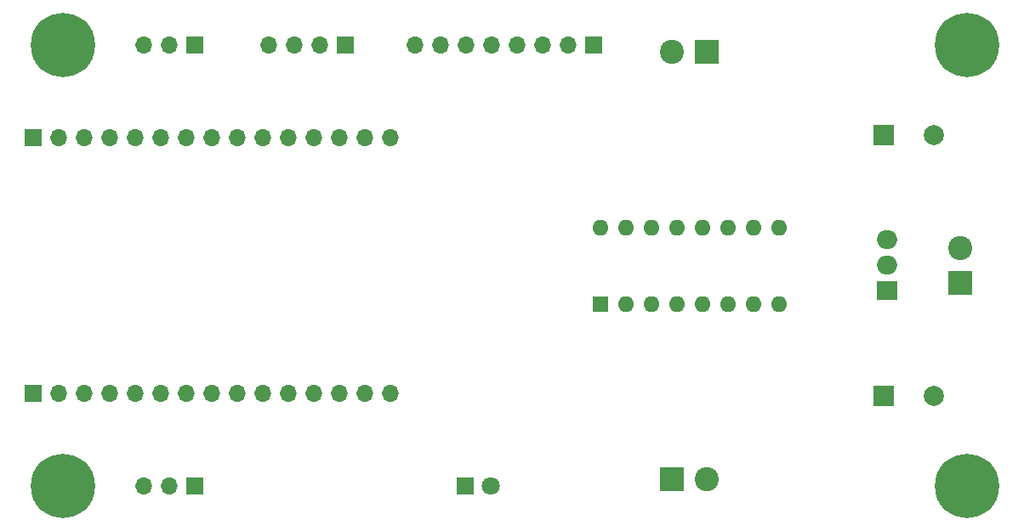
<source format=gbr>
%TF.GenerationSoftware,KiCad,Pcbnew,8.0.2*%
%TF.CreationDate,2024-05-31T22:22:53+03:00*%
%TF.ProjectId,mobrob,6d6f6272-6f62-42e6-9b69-6361645f7063,rev?*%
%TF.SameCoordinates,PX7bfa480PY6422c40*%
%TF.FileFunction,Soldermask,Bot*%
%TF.FilePolarity,Negative*%
%FSLAX46Y46*%
G04 Gerber Fmt 4.6, Leading zero omitted, Abs format (unit mm)*
G04 Created by KiCad (PCBNEW 8.0.2) date 2024-05-31 22:22:53*
%MOMM*%
%LPD*%
G01*
G04 APERTURE LIST*
%ADD10R,2.400000X2.400000*%
%ADD11C,2.400000*%
%ADD12C,0.800000*%
%ADD13C,6.400000*%
%ADD14R,2.000000X2.000000*%
%ADD15C,2.000000*%
%ADD16R,1.800000X1.800000*%
%ADD17C,1.800000*%
%ADD18R,1.700000X1.700000*%
%ADD19O,1.700000X1.700000*%
%ADD20R,2.000000X1.905000*%
%ADD21O,2.000000X1.905000*%
%ADD22R,1.600000X1.600000*%
%ADD23O,1.600000X1.600000*%
G04 APERTURE END LIST*
D10*
%TO.C,J2*%
X65600000Y5700000D03*
D11*
X69100000Y5700000D03*
%TD*%
D12*
%TO.C,H3*%
X92600000Y49000000D03*
X93302944Y50697056D03*
X93302944Y47302944D03*
X95000000Y51400000D03*
D13*
X95000000Y49000000D03*
D12*
X95000000Y46600000D03*
X96697056Y50697056D03*
X96697056Y47302944D03*
X97400000Y49000000D03*
%TD*%
D14*
%TO.C,C1*%
X86632323Y14000000D03*
D15*
X91632323Y14000000D03*
%TD*%
D12*
%TO.C,H2*%
X92600000Y5000000D03*
X93302944Y6697056D03*
X93302944Y3302944D03*
X95000000Y7400000D03*
D13*
X95000000Y5000000D03*
D12*
X95000000Y2600000D03*
X96697056Y6697056D03*
X96697056Y3302944D03*
X97400000Y5000000D03*
%TD*%
D16*
%TO.C,D9*%
X45000000Y5000000D03*
D17*
X47540000Y5000000D03*
%TD*%
D10*
%TO.C,J3*%
X94300000Y25250000D03*
D11*
X94300000Y28750000D03*
%TD*%
D18*
%TO.C,J8*%
X57780000Y49000000D03*
D19*
X55240000Y49000000D03*
X52700000Y49000000D03*
X50160000Y49000000D03*
X47620000Y49000000D03*
X45080000Y49000000D03*
X42540000Y49000000D03*
X40000000Y49000000D03*
%TD*%
D10*
%TO.C,J1*%
X69100000Y48300000D03*
D11*
X65600000Y48300000D03*
%TD*%
D20*
%TO.C,U2*%
X87000000Y24460000D03*
D21*
X87000000Y27000000D03*
X87000000Y29540000D03*
%TD*%
D18*
%TO.C,J5*%
X1980000Y39750000D03*
D19*
X4520000Y39750000D03*
X7060000Y39750000D03*
X9600000Y39750000D03*
X12140000Y39750000D03*
X14680000Y39750000D03*
X17220000Y39750000D03*
X19760000Y39750000D03*
X22300000Y39750000D03*
X24840000Y39750000D03*
X27380000Y39750000D03*
X29920000Y39750000D03*
X32460000Y39750000D03*
X35000000Y39750000D03*
X37540000Y39750000D03*
%TD*%
D12*
%TO.C,H4*%
X2600000Y49000000D03*
X3302944Y50697056D03*
X3302944Y47302944D03*
X5000000Y51400000D03*
D13*
X5000000Y49000000D03*
D12*
X5000000Y46600000D03*
X6697056Y50697056D03*
X6697056Y47302944D03*
X7400000Y49000000D03*
%TD*%
D22*
%TO.C,U1*%
X58460000Y23130000D03*
D23*
X61000000Y23130000D03*
X63540000Y23130000D03*
X66080000Y23130000D03*
X68620000Y23130000D03*
X71160000Y23130000D03*
X73700000Y23130000D03*
X76240000Y23130000D03*
X76240000Y30750000D03*
X73700000Y30750000D03*
X71160000Y30750000D03*
X68620000Y30750000D03*
X66080000Y30750000D03*
X63540000Y30750000D03*
X61000000Y30750000D03*
X58460000Y30750000D03*
%TD*%
D18*
%TO.C,J6*%
X18080000Y5000000D03*
D19*
X15540000Y5000000D03*
X13000000Y5000000D03*
%TD*%
D14*
%TO.C,C2*%
X86632323Y40000000D03*
D15*
X91632323Y40000000D03*
%TD*%
D12*
%TO.C,H1*%
X2600000Y5000000D03*
X3302944Y6697056D03*
X3302944Y3302944D03*
X5000000Y7400000D03*
D13*
X5000000Y5000000D03*
D12*
X5000000Y2600000D03*
X6697056Y6697056D03*
X6697056Y3302944D03*
X7400000Y5000000D03*
%TD*%
D19*
%TO.C,J4*%
X37560000Y14250000D03*
X35020000Y14250000D03*
X32480000Y14250000D03*
X29940000Y14250000D03*
X27400000Y14250000D03*
X24860000Y14250000D03*
X22320000Y14250000D03*
X19780000Y14250000D03*
X17240000Y14250000D03*
X14700000Y14250000D03*
X12160000Y14250000D03*
X9620000Y14250000D03*
X7080000Y14250000D03*
X4540000Y14250000D03*
D18*
X2000000Y14250000D03*
%TD*%
%TO.C,J7*%
X18080000Y49000000D03*
D19*
X15540000Y49000000D03*
X13000000Y49000000D03*
%TD*%
D18*
%TO.C,J9*%
X33080000Y49000000D03*
D19*
X30540000Y49000000D03*
X28000000Y49000000D03*
X25460000Y49000000D03*
%TD*%
M02*

</source>
